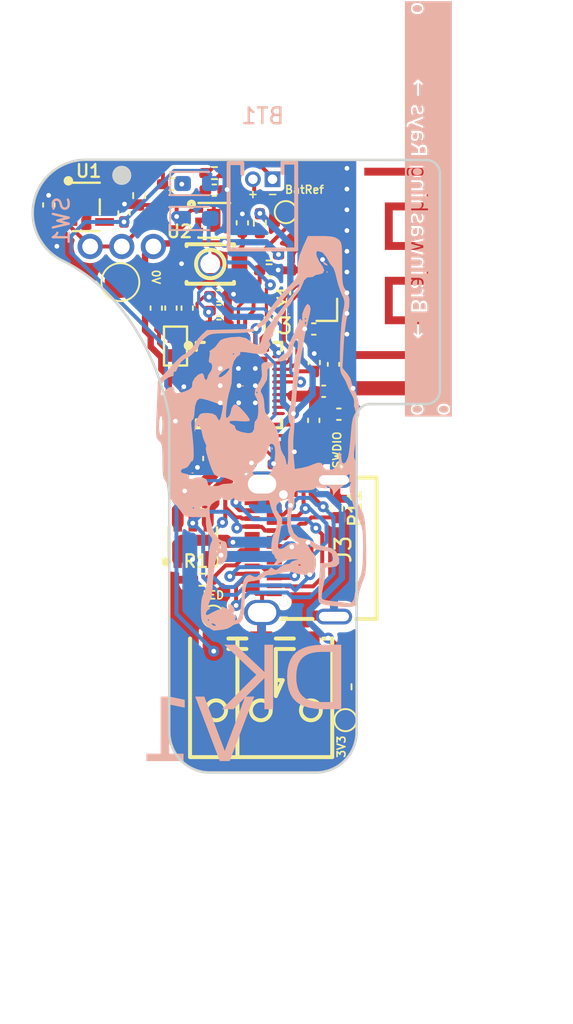
<source format=kicad_pcb>
(kicad_pcb (version 20221018) (generator pcbnew)
  (title_block (title "BLEEarrings (Blade Runner)") (date "2023-10-30") (rev "00.00") (company "Kitty and Dom"))
  (layers (0 "F.Cu" signal) (31 "B.Cu" signal) (34 "B.Paste" user) (35 "F.Paste" user) (36 "B.SilkS" user "B.Silkscreen") (37 "F.SilkS" user "F.Silkscreen") (38 "B.Mask" user) (39 "F.Mask" user) (44 "Edge.Cuts" user))
  (net 0 "")
  (net 1 "GND")
  (net 2 "+3V3")
  (net 3 "Net-(D4-K)")
  (net 4 "LED_A")
  (net 5 "NEO_LED")
  (net 6 "BatRef")
  (net 7 "+BATT")
  (net 8 "Net-(ANT1-FP)")
  (net 9 "/Power/VBAT")
  (net 10 "Net-(BT1--)")
  (net 11 "Net-(J2-Pin_1)")
  (net 12 "Net-(U3-DEC1)")
  (net 13 "Net-(U3-XC1)")
  (net 14 "Net-(C5-Pad1)")
  (net 15 "DEC6")
  (net 16 "Net-(U3-ANT)")
  (net 17 "Net-(U3-DECUSB)")
  (net 18 "/DSP/VBUS")
  (net 19 "Net-(U3-DEC3)")
  (net 20 "Pair")
  (net 21 "Net-(U3-P0.01_XL2)")
  (net 22 "Net-(U3-P0.00_XL1)")
  (net 23 "Net-(BT1-+)")
  (net 24 "Net-(D1-K)")
  (net 25 "Net-(U3-XC2)")
  (net 26 "D+")
  (net 27 "D-")
  (net 29 "/DSP/nReset")
  (net 31 "Net-(U1-STAT)")
  (net 32 "Net-(U1-PROG)")
  (net 45 "SWO_L")
  (net 46 "unconnected-(U3-P0.17-Pad15)")
  (net 48 "Net-(D2-I{slash}O1-Pad1)")
  (net 49 "Net-(D2-I{slash}O2-Pad3)")
  (net 50 "SWDIO_L")
  (net 51 "SWDCLK_L")
  (net 52 "Net-(U3-P0.18_nRESET)")
  (net 53 "Net-(U3-P0.20)")
  (net 54 "Net-(U3-SWDCLK)")
  (net 55 "Net-(U3-SWDIO)")
  (net 56 "Net-(J3-CC1)")
  (net 57 "Net-(J3-CC2)")
  (footprint "Resistor_SMD:R_0201_0603Metric" (layer "F.Cu") (at 142.75 60.19 90)
    (fp_text reference "R5" hide)
    (fp_text value "NF")
  )
  (footprint "easyeda2kicad:WDFN-6_L2.0-W2.0-P0.65-BL-EP" (layer "F.Cu") (at 141.08 45.88 -90)
    (fp_text reference "U2")
    (fp_text value "XB6096I2SV")
  )
  (footprint "easyeda2kicad:TYPE-C-SMD_C9900025773" (layer "F.Cu") (at 146.1 66.62 90)
    (fp_text reference "J3")
    (fp_text value "USB_C_Receptacle")
  )
  (footprint "easyeda2kicad:CONN-SMD_2059-302" (layer "F.Cu") (at 145.58 76.23 -90)
    (fp_text reference "J2" hide)
    (fp_text value "Screw_Terminal_01x02")
  )
  (footprint "Resistor_SMD:R_0402_1005Metric_Pad0.72x0.64mm_HandSolder" (layer "F.Cu") (at 136.36 44.3125 -90)
    (fp_text reference "R4" hide)
    (fp_text value "4k99")
  )
  (footprint "easyeda2kicad:SOT-23-6_L2.9-W1.6-P0.95-LS2.8-BL" (layer "F.Cu") (at 139.75 66.18)
    (fp_text reference "D2")
    (fp_text value "USBLC6-2SC6_C2687116")
  )
  (footprint "Resistor_SMD:R_0402_1005Metric_Pad0.72x0.64mm_HandSolder" (layer "F.Cu") (at 149.42 75.3825 90)
    (fp_text reference "R9" hide)
    (fp_text value "470")
  )
  (footprint "Capacitor_SMD:C_0402_1005Metric_Pad0.74x0.62mm_HandSolder" (layer "F.Cu") (at 141.1125 43.97)
    (fp_text reference "C18" hide)
    (fp_text value "100n")
  )
  (footprint "easyeda2kicad:CRYSTAL-SMD_L1.6-W1.0" (layer "F.Cu") (at 138.66 53.83 90)
    (fp_text reference "Y2" hide)
    (fp_text value " X161032768KLD2SI")
  )
  (footprint "Resistor_SMD:R_0402_1005Metric_Pad0.72x0.64mm_HandSolder" (layer "F.Cu") (at 141.1225 42.89)
    (fp_text reference "R3" hide)
    (fp_text value "100")
  )
  (footprint "RF_Antenna:Texas_SWRA117D_2.4GHz_Left" (layer "F.Cu") (at 149.9 54.4 -90)
    (fp_text reference "ANT1" hide)
    (fp_text value "~")
  )
  (footprint "Capacitor_SMD:C_0402_1005Metric_Pad0.74x0.62mm_HandSolder" (layer "F.Cu") (at 141.4075 51.59)
    (fp_text reference "C17" hide)
    (fp_text value "NC")
  )
  (footprint "TestPoint:TestPoint_Pad_D1.0mm" (layer "F.Cu") (at 145.64 45.36)
    (fp_text reference "TP9" hide)
    (fp_text value "TestPoint")
  )
  (footprint "easyeda2kicad:QFN-40_L5.0-W5.0-P0.40-TL-EP3.6" (layer "F.Cu") (at 142.680167 56.3)
    (fp_text reference "U3")
    (fp_text value "NRF52833-QDAA-R7")
  )
  (footprint "Capacitor_SMD:C_0402_1005Metric_Pad0.74x0.62mm_HandSolder" (layer "F.Cu") (at 139.4 51.43 -90)
    (fp_text reference "C2" hide)
    (fp_text value "100n")
  )
  (footprint "Capacitor_SMD:C_0402_1005Metric_Pad0.74x0.62mm_HandSolder" (layer "F.Cu") (at 141.4075 50.66 180)
    (fp_text reference "C1" hide)
    (fp_text value "1u")
  )
  (footprint "Capacitor_SMD:C_0402_1005Metric_Pad0.74x0.62mm_HandSolder" (layer "F.Cu") (at 140.05 60.94 90)
    (fp_text reference "C9" hide)
    (fp_text value "4.7u")
  )
  (footprint "Capacitor_SMD:C_0402_1005Metric_Pad0.74x0.62mm_HandSolder" (layer "F.Cu") (at 147.44 54.8725 90)
    (fp_text reference "C11" hide)
    (fp_text value "100p")
  )
  (footprint "Capacitor_SMD:C_0402_1005Metric_Pad0.74x0.62mm_HandSolder" (layer "F.Cu") (at 149 58.14)
    (fp_text reference "C5" hide)
    (fp_text value "1.2p")
  )
  (footprint "Resistor_SMD:R_0402_1005Metric_Pad0.72x0.64mm_HandSolder" (layer "F.Cu") (at 138.4375 44.66)
    (fp_text reference "R12" hide)
    (fp_text value "220")
  )
  (footprint "TestPoint:TestPoint_Pad_D1.0mm" (layer "F.Cu") (at 149.42 77.49)
    (fp_text reference "TP11" hide)
    (fp_text value "TestPoint")
  )
  (footprint "easyeda2kicad:CRYSTAL-SMD_4P-L2.0-W1.6-BL" (layer "F.Cu") (at 147.44 50.59 90)
    (fp_text reference "Y1")
    (fp_text value "XL7EL89CKI-111YLC-32M ")
  )
  (footprint "Capacitor_SMD:C_0402_1005Metric_Pad0.74x0.62mm_HandSolder" (layer "F.Cu") (at 147.4025 48.36 180)
    (fp_text reference "C4" hide)
    (fp_text value "12p")
  )
  (footprint "easyeda2kicad:KEY-SMD_L3.0-W2.5-LS4.0" (layer "F.Cu") (at 140.86 48.64 180)
    (fp_text reference "SW2" hide)
    (fp_text value "SW_DIP_x01")
  )
  (footprint "Resistor_SMD:R_0201_0603Metric" (layer "F.Cu") (at 143.5 60.65 -90)
    (fp_text reference "R6" hide)
    (fp_text value "NF")
  )
  (footprint "Capacitor_SMD:C_0402_1005Metric_Pad0.74x0.62mm_HandSolder" (layer "F.Cu") (at 147.4125 52.75)
    (fp_text reference "C3" hide)
    (fp_text value "12p")
  )
  (footprint "Capacitor_SMD:C_0402_1005Metric_Pad0.74x0.62mm_HandSolder" (layer "F.Cu") (at 139.11 60.2 90)
    (fp_text reference "C10" hide)
    (fp_text value "4.7u")
  )
  (footprint "Capacitor_SMD:C_0402_1005Metric_Pad0.74x0.62mm_HandSolder" (layer "F.Cu") (at 145.4225 61.32)
    (fp_text reference "C6" hide)
    (fp_text value "100n")
  )
  (footprint "Capacitor_SMD:C_0402_1005Metric_Pad0.74x0.62mm_HandSolder" (layer "F.Cu") (at 141.4075 52.52)
    (fp_text reference "C7" hide)
    (fp_text value "1u")
  )
  (footprint "Capacitor_SMD:C_0402_1005Metric_Pad0.74x0.62mm_HandSolder" (layer "F.Cu") (at 130.64 44.905 90)
    (fp_text reference "C13" hide)
    (fp_text value "10u")
  )
  (footprint "Resistor_SMD:R_0402_1005Metric_Pad0.72x0.64mm_HandSolder" (layer "F.Cu") (at 144.5825 49.04 180)
    (fp_text reference "R14" hide)
    (fp_text value "33k")
  )
  (footprint "Capacitor_SMD:C_0402_1005Metric_Pad0.74x0.62mm_HandSolder" (layer "F.Cu") (at 138.37 51.43 -90)
    (fp_text reference "C16" hide)
    (fp_text value "8p")
  )
  (footprint "Capacitor_SMD:C_0402_1005Metric_Pad0.74x0.62mm_HandSolder" (layer "F.Cu") (at 142.89 46.04 -90)
    (fp_text reference "C14" hide)
    (fp_text value "100n")
  )
  (footprint "Inductor_SMD:L_0402_1005Metric_Pad0.77x0.64mm_HandSolder" (layer "F.Cu") (at 148.04 56.69)
    (fp_text reference "L1" hide)
    (fp_text value "4.7n")
  )
  (footprint "Resistor_SMD:R_0201_0603Metric" (layer "F.Cu") (at 148.05 60.48 -90)
    (fp_text reference "R7" hide)
    (fp_text value "NF")
  )
  (footprint "Capacitor_SMD:C_0402_1005Metric_Pad0.74x0.62mm_HandSolder" (layer "F.Cu") (at 137.44 51.43 -90)
    (fp_text reference "C15" hide)
    (fp_text value "8p")
  )
  (footprint "Capacitor_SMD:C_0402_1005Metric_Pad0.74x0.62mm_HandSolder" (layer "F.Cu") (at 139.19 56.97 -90)
    (fp_text reference "C12" hide)
    (fp_text value "4.7u")
  )
  (footprint "Resistor_SMD:R_0402_1005Metric_Pad0.72x0.64mm_HandSolder" (layer "F.Cu") (at 148.84 64.0875 -90)
    (fp_text reference "R11")
    (fp_text value "5k1")
  )
  (footprint "TestPoint:TestPoint_Pad_D2.0mm" (layer "F.Cu") (at 135.17 49.79)
    (fp_text reference "TP16" hide)
    (fp_text value "TestPoint")
  )
  (footprint "Resistor_SMD:R_0402_1005Metric_Pad0.72x0.64mm_HandSolder" (layer "F.Cu") (at 138.4375 43.59 180)
    (fp_text reference "R1" hide)
    (fp_text value "2k")
  )
  (footprint "Inductor_SMD:L_0402_1005Metric_Pad0.77x0.64mm_HandSolder" (layer "F.Cu") (at 148.66 54.9875 90)
    (fp_text reference "L2" hide)
    (fp_text value "2.2n")
  )
  (footprint "easyeda2kicad:SOT-23-5_L3.0-W1.7-P0.95-LS2.8-BL" (layer "F.Cu") (at 133.0175 45.03 -90)
    (fp_text reference "U1")
    (fp_text value "MCP73831T-2ACI/OT")
  )
  (footprint "Resistor_SMD:R_0201_0603Metric" (layer "F.Cu") (at 146.95 60.74 90)
    (fp_text reference "R8" hide)
    (fp_text value "NF")
  )
  (footprint "easyeda2kicad:CONN-SMD_custom1" (layer "F.Cu") (at 139.58 76.23 -90)
    (fp_text reference "J1" hide)
    (fp_text value "Screw_Terminal_01x01")
  )
  (footprint "Capacitor_SMD:C_0402_1005Metric_Pad0.74x0.62mm_HandSolder" (layer "F.Cu") (at 147.41 58.53 -90)
    (fp_text reference "C8" hide)
    (fp_text value "1p")
  )
  (footprint "Capacitor_SMD:C_0402_1005Metric_Pad0.74x0.62mm_HandSolder" (layer "F.Cu") (at 135.4 45.4125 90)
    (fp_text reference "C19" hide)
    (fp_text value "10u")
  )
  (footprint "Resistor_SMD:R_0402_1005Metric_Pad0.72x0.64mm_HandSolder" (layer "F.Cu") (at 140.3325 68.61)
    (fp_text reference "R10")
    (fp_text value "5k1")
  )
  (footprint "Resistor_SMD:R_0402_1005Metric_Pad0.72x0.64mm_HandSolder" (layer "F.Cu") (at 144 46.06 90)
    (fp_text reference "R2" hide)
    (fp_text value "2k")
  )
  (footprint "Resistor_SMD:R_0402_1005Metric_Pad0.72x0.64mm_HandSolder" (layer "F.Cu") (at 144.5825 48.04)
    (fp_text reference "R13" hide)
    (fp_text value "100k")
  )
  (footprint "TestPoint:TestPoint_Pad_D1.0mm" (layer "F.Cu") (at 141.05 70.94)
    (fp_text reference "TP10" hide)
    (fp_text value "TestPoint")
  )
  (footprint "LED_SMD:LED_0603_1608Metric_Pad1.05x0.95mm_HandSolder" (layer "B.Cu") (at 139.985 43.55)
    (fp_text reference "D1" hide)
    (fp_text value "RED LED")
  )
  (footprint "LED_SMD:LED_0603_1608Metric_Pad1.05x0.95mm_HandSolder" (layer "B.Cu") (at 139.985 45.76)
    (fp_text reference "D4" hide)
    (fp_text value "BLUE LED")
  )
  (footprint "CustomPads:OT2" (layer "B.Cu") (at 144.288151 59.147229 180)
    (fp_text reference "G***" hide)
    (fp_text value "LOGO" hide)
  )
  (footprint "easyeda2kicad:SW-TH_TK-6580B-1" (layer "B.Cu") (at 135.2575 47.5325)
    (fp_text reference "SW1")
    (fp_text value "TK-6580B-1")
    (fp_circle (center 0 -4.5) (end 0.6 -4.5) (fill solid) (layer "Edge.Cuts"))
  )
  (footprint "easyeda2kicad:CONN-TH_530480210" (layer "B.Cu") (at 144.18 43.28 180)
    (fp_text reference "BT1")
    (fp_text value "Battery")
  )
  (gr_line (start 132.984534 42.050001) (end 154.54 42.059999) (stroke (width 0.16)) (layer "Edge.Cuts"))
  (gr_curve (pts (xy 138.26253 58.3) (xy 137.6 54.67) (xy 135.4 50.34) (xy 131.560357 48.453075)) (stroke (width 0.16)) (layer "Edge.Cuts"))
  (gr_arc (start 131.560357 48.453075) (mid 129.701142 44.679627) (end 132.984534 42.050001) (stroke (width 0.16)) (layer "Edge.Cuts"))
  (gr_arc (start 154.54 42.059999) (mid 155.148277 42.311955) (end 155.400233 42.920232) (stroke (width 0.16)) (layer "Edge.Cuts"))
  (gr_arc (start 155.400233 56.639767) (mid 155.148277 57.248044) (end 154.54 57.5) (stroke (width 0.16)) (layer "Edge.Cuts"))
  (gr_line (start 140.84 80.80287) (end 147.546642 80.80287) (stroke (width 0.16)) (layer "Edge.Cuts"))
  (gr_arc (start 140.84 80.80287) (mid 139.01727 80.047503) (end 138.26253 78.224512) (stroke (width 0.16)) (layer "Edge.Cuts"))
  (gr_line (start 150.125 58.358277) (end 150.125 78.2254) (stroke (width 0.16)) (layer "Edge.Cuts"))
  (gr_line (start 138.26253 58.3) (end 138.26253 78.224512) (stroke (width 0.16)) (layer "Edge.Cuts"))
  (gr_arc (start 150.125 78.2254) (mid 149.369633 80.04813) (end 147.546642 80.80287) (stroke (width 0.16)) (layer "Edge.Cuts"))
  (gr_arc (start 150.125 58.358277) (mid 150.376956 57.750001) (end 150.985233 57.498044) (stroke (width 0.16)) (layer "Edge.Cuts"))
  (gr_line (start 154.54 57.5) (end 150.985233 57.498044) (stroke (width 0.16)) (layer "Edge.Cuts"))
  (gr_line (start 155.400233 56.639767) (end 155.400233 42.920232) (stroke (width 0.16)) (layer "Edge.Cuts"))
  (gr_text "DK" (at 149.7 77.48) (layer "B.SilkS") (effects (font (size 4 4)) (justify left bottom mirror)))
  (gr_text "V1" (at 143.69 80.76) (layer "B.SilkS") (effects (font (size 4 4)) (justify left bottom mirror)))
  (gr_text "o     \no         ← Brainwashing Rays →         o" (at 153.41 58.254249 -90) (layer "B.SilkS" knockout) (effects (font (size 1 1)) (justify left bottom mirror)))
  (gr_text "LED" (at 141.05 69.59) (layer "F.SilkS") (effects (font (size 0.5 0.5) (thickness 0.1) bold)))
  (gr_text "BatRef" (at 146.82 43.94) (layer "F.SilkS") (effects (font (size 0.5 0.5) (thickness 0.1) bold)))
  (gr_text "3V3" (at 149.16 79.17 90) (layer "F.SilkS") (effects (font (size 0.5 0.5) (thickness 0.1) bold)))
  (gr_text "0V" (at 137.42 49.46 270) (layer "F.SilkS") (effects (font (size 0.5 0.5) (thickness 0.1) bold)))
  (gr_text "SWDIO" (at 148.89 60.4 90) (layer "F.SilkS") (effects (font (size 0.5 0.5) (thickness 0.1) bold)))
  (gr_text "+" (at 143.56 44.21) (layer "F.SilkS") (effects (font (size 0.5 0.5) (thickness 0.1) bold)))
  (gr_text "SWO" (at 142.27 61.32) (layer "F.SilkS") (effects (font (size 0.5 0.5) (thickness 0.1) bold)))
  (gr_text "RST" (at 141.68 59.85) (layer "F.SilkS") (effects (font (size 0.5 0.5) (thickness 0.1) bold)))
  (gr_text "-" (at 144.81 44.21) (layer "F.SilkS") (effects (font (size 0.5 0.5) (thickness 0.1) bold)))
  (segment (start 142.331784 50.55229) (end 142.332973 50.55229) (width 0.2) (layer "F.Cu") (net 1))
  (segment (start 146.8475 52.69) (end 146.8475 52.74751) (width 0.25) (layer "F.Cu") (net 1))
  (segment (start 139.75 67.33) (end 139.739967 67.33) (width 0.25) (layer "F.Cu") (net 1))
  (segment (start 144.66 63.74) (end 144.91 63.99) (width 0.25) (layer "F.Cu") (net 1))
  (segment (start 144.14 70.68) (end 148.43 70.68) (width 0.25) (layer "F.Cu") (net 1))
  (segment (start 142.35 45.4725) (end 142.889968 45.4725) (width 0.25) (layer "F.Cu") (net 1))
  (segment (start 144.12 69.5) (end 144.91 69.5) (width 0.25) (layer "F.Cu") (net 1))
  (segment (start 130.64 44.31) (end 130.63 44.3) (width 0.25) (layer "F.Cu") (net 1))
  (segment (start 142.1125 46.535) (end 142.1125 45.885) (width 0.25) (layer "F.Cu") (net 1))
  (segment (start 142.080167 55.7) (end 142.680167 56.3) (width 0.2) (layer "F.Cu") (net 1))
  (segment (start 139.01 48.64) (end 139.02 48.64) (width 0.25) (layer "F.Cu") (net 1))
  (segment (start 142.331784 50.55229) (end 142.080167 50.803907) (width 0.2) (layer "F.Cu") (net 1))
  (segment (start 149.5675 58.14) (end 149.5675 56.6825) (width 0.7) (layer "F.Cu") (net 1))
  (segment (start 144.12 69.5) (end 144.14 69.52) (width 0.25) (layer "F.Cu") (net 1))
  (segment (start 145.16 49.04) (end 145.16 49.02) (width 0.25) (layer "F.Cu") (net 1))
  (segment (start 139.735 68.61) (end 139.735 67.345) (width 0.25) (layer "F.Cu") (net 1))
  (segment (start 145.943496 61.256486) (end 145.943496 62.156504) (width 0.25) (layer "F.Cu") (net 1))
  (segment (start 139.11 60.7675) (end 139.310039 60.7675) (width 0.25) (layer "F.Cu") (net 1))
  (segment (start 142.6475 45.23) (end 142.89 45.4725) (width 0.25) (layer "F.Cu") (net 1))
  (segment (start 137.59 44.91) (end 137.84 44.66) (width 0.25) (layer "F.Cu") (net 1))
  (segment (start 139.19 56.4025) (end 139.19 56.40253) (width 0.25) (layer "F.Cu") (net 1))
  (segment (start 144.14 69.52) (end 144.14 70.68) (width 0.25) (layer "F.Cu") (net 1))
  (segment (start 142.080167 50.803907) (end 142.080167 53.8) (width 0.2) (layer "F.Cu") (net 1))
  (segment (start 145.943496 62.156504) (end 145.54 62.56) (width 0.25) (layer "F.Cu") (net 1))
  (segment (start 148.01 49.69) (end 148.01 48.399966) (width 0.25) (layer "F.Cu") (net 1))
  (segment (start 139.739967 67.33) (end 139.739947 67.32998) (width 0.25) (layer "F.Cu") (net 1))
  (segment (start 146.8475 52.74751) (end 146.84501 52.75) (width 0.25) (layer "F.Cu") (net 1))
  (segment (start 142.309494 50.53) (end 142.331784 50.55229) (width 0.2) (layer "F.Cu") (net 1))
  (segment (start 142.331784 50.55229) (end 141.119494 49.34) (width 0.25) (layer "F.Cu") (net 1))
  (segment (start 139.735 67.345) (end 139.75 67.33) (width 0.25) (layer "F.Cu") (net 1))
  (segment (start 144.53 63.74) (end 144.66 63.74) (width 0.25) (layer "F.Cu") (net 1))
  (segment (start 130.64 44.3375) (end 130.64 44.31) (width 0.25) (layer "F.Cu") (net 1))
  (segment (start 143.51 63.74) (end 144.53 63.74) (width 0.25) (layer "F.Cu") (net 1))
  (segment (start 147.935 48.45) (end 147.935 48.394966) (width 0.2) (layer "F.Cu") (net 1))
  (segment (start 148.89 62.5) (end 148.69 62.3) (width 0.25) (layer "F.Cu") (net 1))
  (segment (start 148.89 63.585) (end 148.89 62.5) (width 0.25) (layer "F.Cu") (net 1))
  (segment (start 146.89 51.29) (end 146.89 52.70501) (width 0.25) (layer "F.Cu") (net 1))
  (segment (start 135.4 44.845) (end 135.425 44.845) (width 0.25) (layer "F.Cu") (net 1))
  (segment (start 142.332973 50.55229) (end 142.397892 50.617209) (width 0.2) (layer "F.Cu") (net 1))
  (segment (start 135.425 44.845) (end 135.43 44.85) (width 0.25) (layer "F.Cu") (net 1))
  (segment (start 139.11247 56.40253) (end 139.19 56.40253) (width 0.25) (layer "F.Cu") (net 1))
  (segment (start 148.43 70.68) (end 148.69 70.94) (width 0.25) (layer "F.Cu") (net 1))
  (segment (start 138.99 56.525) (end 139.11247 56.40253) (width 0.25) (layer "F.Cu") (net 1))
  (segment (start 142.204982 50.53) (end 142.309494 50.53) (width 0.2) (layer "F.Cu") (net 1))
  (segment (start 139.310039 60.7675) (end 140.050013 61.507474) (width 0.25) (layer "F.Cu") (net 1))
  (segment (start 142.1125 45.235) (end 142.35 45.4725) (width 0.25) (layer "F.Cu") (net 1))
  (segment (start 142 45.23) (end 142.6475 45.23) (width 0.25) (layer "F.Cu") (net 1))
  (segment (start 143.51 63.74) (end 143.51 63.19) (width 0.25) (layer "F.Cu") (net 1))
  (segment (start 141.119494 49.34) (end 139.76 49.34) (width 0.25) (layer "F.Cu") (net 1))
  (segment (start 144.53 62.95) (end 144.53 63.74) (width 0.25) (layer "F.Cu") (net 1))
  (segment (start 143.77 69.5) (end 144.12 69.5) (width 0.25) (layer "F.Cu") (net 1))
  (segment (start 139.76 49.34) (end 139.04 48.62) (width 0.25) (layer "F.Cu") (net 1))
  (segment (start 142.080167 53.8) (end 142.080167 55.7) (width 0.2) (layer "F.Cu") (net 1))
  (segment (start 143.51 63.19) (end 144.14 62.56) (width 0.25) (layer "F.Cu") (net 1))
  (segment (start 149.5675 56.6825) (end 149.75 56.5) (width 0.7) (layer "F.Cu") (net 1))
  (segment (start 148.01 48.399966) (end 147.97 48.359966) (width 0.25) (layer "F.Cu") (net 1))
  (segment (start 144.14 62.56) (end 144.53 62.95) (width 0.25) (layer "F.Cu") (net 1))
  (segment (start 145.54 62.56) (end 144.14 62.56) (width 0.25) (layer "F.Cu") (net 1))
  (segment (start 147.935 48.394966) (end 147.97 48.359966) (width 0.2) (layer "F.Cu") (net 1))
  (segment (start 143.51 69.24) (end 143.77 69.5) (width 0.25) (layer "F.Cu") (net 1))
  (segment (start 136.36 44.91) (end 137.59 44.91) (width 0.25) (layer "F.Cu") (net 1))
  (segment (start 139.02 48.64) (end 139.04 48.62) (width 0.25) (layer "F.Cu") (net 1))
  (segment (start 146.89 52.70501) (end 146.84501 52.75) (width 0.25) (layer "F.Cu") (net 1))
  (via (at 130.63 44.3) (size 0.7) (drill 0.3) (layers "F.Cu" "B.Cu") (net 1))
  (via (at 131.15 47.52) (size 0.7) (drill 0.3) (layers "F.Cu" "B.Cu") (net 1))
  (via (at 146.183033 60.517629) (size 0.7) (drill 0.3) (layers "F.Cu" "B.Cu") (net 1))
  (via (at 146.84501 52.75) (size 0.7) (drill 0.3) (layers "F.Cu" "B.Cu") (net 1))
  (via (at 149.51 42.59) (size 0.7) (drill 0.3) (layers "F.Cu" "B.Cu") (net 1))
  (via (at 139.19 56.40253) (size 0.7) (drill 0.3) (layers "F.Cu" "B.Cu") (net 1))
  (via (at 147.97 48.359966) (size 0.7) (drill 0.3) (layers "F.Cu" "B.Cu") (net 1))
  (via (at 149.51 45.2125) (size 0.7) (drill 0.3) (layers "F.Cu" "B.Cu") (net 1))
  (via (at 149.51 43.90125) (size 0.7) (drill 0.3) (layers "F.Cu" "B.Cu") (net 1))
  (via (at 149.51 53.08) (size 0.7) (drill 0.3) (layers "F.Cu" "B.Cu") (net 1))
  (via (at 141.489906 57.42) (size 0.7) (drill 0.3) (layers "F.Cu" "B.Cu") (net 1))
  (via (at 139.739947 67.32998) (size 0.7) (drill 0.3) (layers "F.Cu" "B.Cu") (net 1))
  (via (at 135.43 44.85) (size 0.7) (drill 0.3) (layers "F.Cu" "B.Cu") (net 1))
  (via (at 143.71 56.335) (size 0.7) (drill 0.3) (layers "F.Cu" "B.Cu") (net 1))
  (via (at 142.66 57.42) (size 0.7) (drill 0.3) (layers "F.Cu" "B.Cu") (net 1))
  (via (at 143.71 55.25) (size 0.7) (drill 0.3) (layers "F.Cu" "B.Cu") (net 1))
  (via (at 140.050013 61.507474) (size 0.7) (drill 0.3) (layers "F.Cu" "B.Cu") (net 1))
  (via (at 149.51 46.52375) (size 0.7) (drill 0.3) (layers "F.Cu" "B.Cu") (net 1))
  (via (at 149.51 50.4575) (size 0.7) (drill 0.3) (layers "F.Cu" "B.Cu") (net 1))
  (via (at 143.71 57.42) (size 0.7) (drill 0.3) (layers "F.Cu" "B.Cu") (net 1))
  (via (at 142.331784 50.55229) (size 0.7) (drill 0.3) (layers "F.Cu" "B.Cu") (net 1))
  (via (at 145.16 49.02) (size 0.7) (drill 0.3) (layers "F.Cu" "B.Cu") (net 1))
  (via (at 141.489906 56.335) (size 0.7) (drill 0.3) (layers "F.Cu" "B.Cu") (net 1))
  (via (at 141.489906 55.25) (size 0.7) (drill 0.3) (layers "F.Cu" "B.Cu") (net 1))
  (via (at 149.51 51.76875) (size 0.7) (drill 0.3) (layers "F.Cu" "B.Cu") (net 1))
  (via (at 149.51 47.835) (size 0.7) (drill 0.3) (layers "F.Cu" "B.Cu") (net 1))
  (via (at 147.439998 54.305001) (size 0.7) (drill 0.3) (layers "F.Cu" "B.Cu") (net 1))
  (via (at 142.64 55.25) (size 0.7) (drill 0.3) (layers "F.Cu" "B.Cu") (net 1))
  (via (at 149.51 49.14625) (size 0.7) (drill 0.3) (layers "F.Cu" "B.Cu") (net 1))
  (via (at 142.889968 45.4725) (size 0.7) (drill 0.3) (layers "F.Cu" "B.Cu") (net 1))
  (via (at 141.921403 43.930861) (size 0.7) (drill 0.3) (layers "F.Cu" "B.Cu") (net 1))
  (via (at 142.680167 56.335) (size 0.7) (drill 0.3) (layers "F.Cu" "B.Cu") (net 1))
  (via (at 139.04 48.62) (size 0.7) (drill 0.3) (layers "F.Cu" "B.Cu") (net 1))
  (segment (start 144.4 62.3) (end 144.14 62.56) (width 0.25) (layer "B.Cu") (net 1))
  (segment (start 149.42 73.390498) (end 148.329502 72.3) (width 0.4) (layer "F.Cu") (net 2))
  (segment (start 144.000015 45.482515) (end 144.000015 45.442515) (width 0.4) (layer "F.Cu") (net 2))
  (segment (start 140.880167 53.8) (end 140.022384 52.942217) (width 0.2) (layer "F.Cu") (net 2))
  (segment (start 140.022384 52.942217) (end 140.022384 51.137616) (width 0.2) (layer "F.Cu") (net 2))
  (segment (start 140.022384 51.137616) (end 140.431904 50.728096) (width 0.2) (layer "F.Cu") (net 2))
  (segment (start 141.0225 50.91) (end 141.08 50.91) (width 0.2) (layer "F.Cu") (net 2))
  (segment (start 144.871066 60.90261) (end 143.680167 59.711711) (width 0.2) (layer "F.Cu") (net 2))
  (segment (start 149.42 74.785) (end 149.42 73.390498) (width 0.4) (layer "F.Cu") (net 2))
  (segment (start 143.680167 59.711711) (end 143.680167 58.8) (width 0.2) (layer "F.Cu") (net 2))
  (segment (start 140.431904 50.728096) (end 140.777162 50.728096) (width 0.2) (layer "F.Cu") (net 2))
  (segment (start 144.871066 61.265418) (end 144.871066 60.90261) (width 0.2) (layer "F.Cu") (net 2))
  (via (at 146.129667 58.1) (size 0.7) (drill 0.3) (layers "F.Cu" "B.Cu") (net 2))
  (via (at 145.187098 54.2505) (size 0.7) (drill 0.3) (layers "F.Cu" "B.Cu") (net 2))
  (via (at 140.777162 50.728096) (size 0.7) (drill 0.3) (layers "F.Cu" "B.Cu") (net 2))
  (via (at 148.329502 72.3) (size 0.7) (drill 0.3) (layers "F.Cu" "B.Cu") (net 2))
  (via (at 144.871066 61.265418) (size 0.7) (drill 0.3) (layers "F.Cu" "B.Cu") (net 2))
  (via (at 144.000015 45.442515) (size 0.7) (drill 0.3) (layers "F.Cu" "B.Cu") (net 2))
  (segment (start 148.27 63.2) (end 149.19312 64.12312) (width 0.4) (layer "B.Cu") (net 2))
  (segment (start 144.072714 51.982676) (end 142.116331 51.982676) (width 0.4) (layer "B.Cu") (net 2))
  (segment (start 144.514441 53.577843) (end 144.514441 52.424403) (width 0.4) (layer "B.Cu") (net 2))
  (segment (start 142.116331 51.982676) (end 140.861751 50.728096) (width 0.4) (layer "B.Cu") (net 2))
  (segment (start 146.129667 58.1) (end 147.34 56.889667) (width 0.4) (layer "B.Cu") (net 2))
  (segment (start 145.38 54.655534) (end 145.46 54.735535) (width 0.4) (layer "B.Cu") (net 2))
  (segment (start 144.871066 61.265418) (end 144.892474 61.24401) (width 0.4) (layer "B.Cu") (net 2))
  (segment (start 145.38 54.443402) (end 145.38 54.655534) (width 0.4) (layer "B.Cu") (net 2))
  (segment (start 147.667208 63.2) (end 148.27 63.2) (width 0.4) (layer "B.Cu") (net 2))
  (segment (start 145.187098 54.2505) (end 145.38 54.443402) (width 0.4) (layer "B.Cu") (net 2))
  (segment (start 145.930002 53.350002) (end 145.930002 47.372502) (width 0.4) (layer "B.Cu") (net 2))
  (segment (start 147.34 55.41) (end 146.569999 54.639999) (width 0.4) (layer "B.Cu") (net 2))
  (segment (start 145.46 57.430333) (end 146.129667 58.1) (width 0.4) (layer "B.Cu") (net 2))
  (segment (start 147.14 70.567208) (end 147.14 71.312792) (width 0.4) (layer "B.Cu") (net 2))
  (segment (start 147.14 71.312792) (end 148.127208 72.3) (width 0.4) (layer "B.Cu") (net 2))
  (segment (start 144.871066 59.358601) (end 144.871066 61.265418) (width 0.4) (layer "B.Cu") (net 2))
  (segment (start 144.892474 61.265418) (end 146.533831 62.906775) (width 0.4) (layer "B.Cu") (net 2))
  (segment (start 147.34 56.889667) (end 147.34 55.41) (width 0.4) (layer "B.Cu") (net 2))
  (segment (start 140.861751 50.728096) (end 140.777162 50.728096) (width 0.4) (layer "B.Cu") (net 2))
  (segment (start 149.19312 64.12312) (end 149.19312 68.514088) (width 0.4) (layer "B.Cu") (net 2))
  (segment (start 146.569999 54.639999) (end 146.569999 53.989999) (width 0.4) (layer "B.Cu") (net 2))
  (segment (start 144.514441 52.424403) (end 144.072714 51.982676) (width 0.4) (layer "B.Cu") (net 2))
  (segment (start 145.187098 54.2505) (end 144.514441 53.577843) (width 0.4) (layer "B.Cu") (net 2))
  (segment (start 149.19312 68.514088) (end 147.14 70.567208) (width 0.4) (layer "B.Cu") (net 2))
  (segment (start 147.373983 62.906775) (end 147.667208 63.2) (width 0.4) (layer "B.Cu") (net 2))
  (segment (start 148.127208 72.3) (end 148.329502 72.3) (width 0.4) (layer "B.Cu") (net 2))
  (segment (start 146.533831 62.906775) (end 147.373983 62.906775) (width 0.4) (layer "B.Cu") (net 2))
  (segment (start 145.46 54.735535) (end 145.46 57.430333) (width 0.4) (layer "B.Cu") (net 2))
  (segment (start 146.569999 53.989999) (end 145.930002 53.350002) (width 0.4) (layer "B.Cu") (net 2))
  (segment (start 145.930002 47.372502) (end 144.000015 45.442515) (width 0.4) (layer "B.Cu") (net 2))
  (segment (start 146.129667 58.1) (end 144.871066 59.358601) (width 0.4) (layer "B.Cu") (net 2))
  (segment (start 138.730603 44.964397) (end 139.035 44.66) (width 0.25) (layer "F.Cu") (net 3))
  (segment (start 138.730603 45.6405) (end 138.730603 44.964397) (width 0.25) (layer "F.Cu") (net 3))
  (via (at 138.730603 45.6405) (size 0.7) (drill 0.3) (layers "F.Cu" "B.Cu") (net 3))
  (segment (start 138.910103 45.82) (end 139.01 45.82) (width 0.25) (layer "B.Cu") (net 3))
  (segment (start 138.730603 45.6405) (end 138.910103 45.82) (width 0.25) (layer "B.Cu") (net 3))
  (segment (start 144.412683 50.205188) (end 144.66 49.957871) (width 0.2) (layer "F.Cu") (net 4))
  (segment (start 144.080167 53.8) (end 144.080167 53.334315) (width 0.2) (layer "F.Cu") (net 4))
  (segment (start 144.414756 52.999726) (end 144.414756 52.466178) (width 0.2) (layer "F.Cu") (net 4))
  (segment (start 144.414441 52.465863) (end 144.414441 52.465825) (width 0.2) (layer "F.Cu") (net 4))
  (segment (start 144.080167 53.334315) (end 144.414756 52.999726) (width 0.2) (layer "F.Cu") (net 4))
  (segment (start 144.412683 52.464067) (end 144.412683 50.205188) (width 0.2) (layer "F.Cu") (net 4))
  (segment (start 144.414441 52.465825) (end 144.412683 52.464067) (width 0.2) (layer "F.Cu") (net 4))
  (segment (start 144.414756 52.466178) (end 144.414441 52.465863) (width 0.2) (layer "F.Cu") (net 4))
  (via (at 144.66 49.957871) (size 0.7) (drill 0.3) (layers "F.Cu" "B.Cu") (net 4))
  (segment (start 140.76 47.360359) (end 141.939641 48.54) (width 0.25) (layer "B.Cu") (net 4))
  (segment (start 143.26 48.54) (end 144.66 49.94) (width 0.25) (layer "B.Cu") (net 4))
  (segment (start 141.939641 48.54) (end 143.26 48.54) (width 0.25) (layer "B.Cu") (net 4))
  (segment (start 144.66 49.94) (end 144.66 49.957871) (width 0.25) (layer "B.Cu") (net 4))
  (segment (start 140.76 45.82) (end 140.76 47.360359) (width 0.25) (layer "B.Cu") (net 4))
  (segment (start 141.05 73.1) (end 141.08 73.13) (width 0.25) (layer "F.Cu") (net 5))
  (segment (start 141.05 71) (end 141.05 73.1) (width 0.25) (layer "F.Cu") (net 5))
  (segment (start 143.680167 52.815076) (end 143.76231 52.732933) (width 0.2) (layer "F.Cu") (net 5))
  (segment (start 141.08 73.13) (end 140.82 73.13) (width 0.25) (layer "F.Cu") (net 5))
  (segment (start 143.680167 53.8) (end 143.680167 52.815076) (width 0.2) (layer "F.Cu") (net 5))
  (segment (start 141.08 73.13) (end 141.08 79.33) (width 0.25) (layer "F.Cu") (net 5))
  (segment (start 140.71 73.5) (end 141.08 73.13) (width 0.25) (layer "F.Cu") (net 5))
  (via (at 143.76231 52.732933) (size 0.7) (drill 0.3) (layers "F.Cu" "B.Cu") (net 5))
  (via (at 141.08 73.13) (size 0.7) (drill 0.3) (layers "F.Cu" "B.Cu") (net 5))
  (segment (start 144.96 58.19) (end 144.01 59.14) (width 0.2) (layer "B.Cu") (net 5))
  (segment (start 144.96 54.942641) (end 144.96 58.19) (width 0.2) (layer "B.Cu") (net 5))
  (segment (start 144.01 59.76301) (end 141.429193 62.343817) (width 0.2) (layer "B.Cu") (net 5))
  (segment (start 143.76231 53.744951) (end 144.96 54.942641) (width 0.2) (layer "B.Cu") (net 5))
  (segment (start 138.72 63.75753) (end 138.59 63.62753) (width 0.25) (layer "B.Cu") (net 5))
  (segment (start 141.429193 62.343817) (end 138.843713 62.343817) (width 0.2) (layer "B.Cu") (net 5))
  (segment (start 141.08 73.13) (end 138.72 70.77) (width 0.25) (layer "B.Cu") (net 5))
  (segment (start 138.59 62.59753) (end 138.59 63.62753) (width 0.2) (layer "B.Cu") (net 5))
  (segment (start 144.01 59.14) (end 144.01 59.76301) (width 0.2) (layer "B.Cu") (net 5))
  (segment (start 138.843713 62.343817) (end 138.59 62.59753) (width 0.2) (layer "B.Cu") (net 5))
  (segment (start 138.72 70.77) (end 138.72 63.75753) (width 0.25) (layer "B.Cu") (net 5))
  (segment (start 143.76231 52.732933) (end 143.76231 53.744951) (width 0.2) (layer "B.Cu") (net 5))
  (segment (start 143.985 48.04) (end 145.67 46.355) (width 0.25) (layer "F.Cu") (net 6))
  (segment (start 143.0675 52.6475) (end 143.07 52.65) (width 0.25) (layer "F.Cu") (net 6))
  (segment (start 143.985 48.04) (end 143.985 49.02) (width 0.25) (layer "F.Cu") (net 6))
  (segment (start 145.65 46.335) (end 145.65 45.35) (width 0.25) (layer "F.Cu") (net 6))
  (segment (start 143.6 51.6) (end 143.0675 52.1325) (width 0.25) (layer "F.Cu") (net 6))
  (segment (start 143.6 50.235) (end 143.6 51.6) (width 0.25) (layer "F.Cu") (net 6))
  (segment (start 143.985 49.85) (end 143.6 50.235) (width 0.25) (layer "F.Cu") (net 6))
  (segment (start 145.67 46.355) (end 145.65 46.335) (width 0.25) (layer "F.Cu") (net 6))
  (segment (start 143.0675 52.1325) (end 143.0675 52.6475) (width 0.25) (layer "F.Cu") (net 6))
  (segment (start 143.985 49.02) (end 143.965 49.04) (width 0.25) (layer "F.Cu") (net 6))
  (segment (start 143.985 49.04) (end 143.985 49.85) (width 0.25) (layer "F.Cu") (net 6))
  (segment (start 143.280167 53.8) (end 143.280167 53.16863) (width 0.2) (layer "F.Cu") (net 6))
  (segment (start 143.280167 53.16863) (end 143.07 52.958463) (width 0.2) (layer "F.Cu") (net 6))
  (segment (start 143.280167 53.8) (end 143.280167 53.82) (width 0.2) (layer "F.Cu") (net 6))
  (segment (start 143.07 52.958463) (end 143.07 52.65) (width 0.2) (layer "F.Cu") (net 6))
  (segment (start 136.73 48.06) (end 136.73 52.84) (width 0.4) (layer "F.Cu") (net 7))
  (segment (start 138.24 56.780661) (end 138.250773 56.791434) (width 0.4) (layer "F.Cu") (net 7))
  (segment (start 145.18 48.04) (end 145.179974 48.04) (width 0.4) (layer "F.Cu") (net 7))
  (segment (start 140.180167 57.7) (end 139.580167 57.7) (width 0.2) (layer "F.Cu") (net 7))
  (segment (start 137.76 55.3) (end 138.24 55.78) (width 0.4) (layer "F.Cu") (net 7))
  (segment (start 138.24 55.78) (end 138.24 56.780661) (width 0.4) (layer "F.Cu") (net 7))
  (segment (start 137.25 47.54) (end 137.2575 47.5325) (width 0.2) (layer "F.Cu") (net 7))
  (segment (start 136.73 52.84) (end 137.090144 53.200144) (width 0.4) (layer "F.Cu") (net 7))
  (segment (start 137.76 54.542462) (end 137.76 55.3) (width 0.4) (layer "F.Cu") (net 7))
  (segment (start 137.2575 47.5325) (end 137.45 47.34) (width 0.4) (layer "F.Cu") (net 7))
  (segment (start 137.2575 47.5325) (end 136.73 48.06) (width 0.4) (layer "F.Cu") (net 7))
  (segment (start 141.694921 47.34) (end 141.771408 47.263513) (width 0.4) (layer "F.Cu") (net 7))
  (segment (start 138.250773 57.020773) (end 138.5225 57.2925) (width 0.4) (layer "F.Cu") (net 7))
  (segment (start 138.250773 56.791434) (end 138.250773 57.020773) (width 0.4) (layer "F.Cu") (net 7))
  (segment (start 139.580167 57.7) (end 139.540167 57.66) (width 0.2) (layer "F.Cu") (net 7))
  (segment (start 137.090144 53.200144) (end 137.090144 53.872606) (width 0.4) (layer "F.Cu") (net 7))
  (segment (start 138.6225 57.2925) (end 138.99 57.66) (width 0.4) (layer "F.Cu") (net 7))
  (segment (start 139.540167 57.66) (end 138.99 57.66) (width 0.2) (layer "F.Cu") (net 7))
  (segment (start 137.45 47.34) (end 141.694921 47.34) (width 0.4) (layer "F.Cu") (net 7))
  (segment (start 138.5225 57.2925) (end 138.6225 57.2925) (width 0.4) (layer "F.Cu") (net 7))
  (segment (start 137.090144 53.872606) (end 137.76 54.542462) (width 0.4) (layer "F.Cu") (net 7))
  (via (at 145.179974 48.04) (size 0.7) (drill 0.3) (layers "F.Cu" "B.Cu") (net 7))
  (via (at 141.771408 47.263513) (size 0.7) (drill 0.3) (layers "F.Cu" "B.Cu") (net 7))
  (segment (start 144.403487 47.263513) (end 145.179974 48.04) (width 0.4) (layer "B.Cu") (net 7))
  (segment (start 141.771408 47.263513) (end 144.403487 47.263513) (width 0.4) (layer "B.Cu") (net 7))
  (segment (start 148.66 54.415) (end 149.735 54.415) (width 0.7) (layer "F.Cu") (net 8))
  (segment (start 149.89 54.41) (end 149.9 54.4) (width 0.25) (layer "F.Cu") (net 8))
  (segment (start 149.735 54.415) (end 149.75 54.4) (width 0.7) (layer "F.Cu") (net 8))
  (segment (start 140.94 43.662828) (end 140.94 43.522828) (width 0.25) (layer "F.Cu") (net 9))
  (segment (start 131.97 46.245) (end 133.2575 47.5325) (width 0.25) (layer "F.Cu") (net 9))
  (segment (start 131.97 45.98) (end 131.97 46.245) (width 0.25) (layer "F.Cu") (net 9))
  (segment (start 139.069595 46.315) (end 139.465 45.919595) (width 0.25) (layer "F.Cu") (net 9))
  (segment (start 130.64 45.4725) (end 131.1475 45.98) (width 0.25) (layer "F.Cu") (net 9))
  (segment (start 140.632828 43.97) (end 140.94 43.662828) (width 0.25) (layer "F.Cu") (net 9))
  (segment (start 140.94 43.522828) (end 141.572828 42.89) (width 0.25) (layer "F.Cu") (net 9))
  (segment (start 140.16 45.23) (end 140.16 44.49) (width 0.25) (layer "F.Cu") (net 9))
  (segment (start 135.2575 47.5325) (end 136.475 46.315) (width 0.25) (layer "F.Cu") (net 9))
  (segment (start 133.2575 47.5325) (end 135.2575 47.5325) (width 0.25) (layer "F.Cu") (net 9))
  (segment (start 139.465 45.919595) (end 139.465 45.425) (width 0.25) (layer "F.Cu") (net 9))
  (segment (start 140.545 43.97) (end 140.632828 43.97) (width 0.25) (layer "F.Cu") (net 9))
  (segment (start 140.16 44.49) (end 140.525 44.125) (width 0.25) (layer "F.Cu") (net 9))
  (segment (start 131.1475 45.98) (end 131.97 45.98) (width 0.25) (layer "F.Cu") (net 9))
  (segment (start 139.66 45.23) (end 140.16 45.23) (width 0.25) (layer "F.Cu") (net 9))
  (segment (start 139.465 45.425) (end 139.66 45.23) (width 0.25) (layer "F.Cu") (net 9))
  (segment (start 141.6775 43.09) (end 141.56 43.09) (width 0.25) (layer "F.Cu") (net 9))
  (segment (start 136.475 46.315) (end 139.069595 46.315) (width 0.25) (layer "F.Cu") (net 9))
  (segment (start 141.572828 42.89) (end 141.72 42.89) (width 0.25) (layer "F.Cu") (net 9))
  (segment (start 143.64 44.16) (end 143.64 43.26) (width 0.25) (layer "F.Cu") (net 10))
  (segment (start 141.08 45.88) (end 141.08 44.905) (width 0.25) (layer "F.Cu") (net 10))
  (segment (start 143.17 44.63) (end 143.64 44.16) (width 0.25) (layer "F.Cu") (net 10))
  (segment (start 141.355 44.63) (end 143.17 44.63) (width 0.25) (layer "F.Cu") (net 10))
  (segment (start 141.08 44.905) (end 141.355 44.63) (width 0.25) (layer "F.Cu") (net 10))
  (segment (start 140.16 45.88) (end 141.08 45.88) (width 0.25) (layer "F.Cu") (net 10))
  (segment (start 140.16 45.88) (end 140.16 46.53) (width 0.25) (layer "F.Cu") (net 10))
  (segment (start 149.42 75.98) (end 147.76 75.98) (width 0.25) (layer "F.Cu") (net 11))
  (segment (start 147.76 75.98) (end 147.535 75.755) (width 0.25) (layer "F.Cu") (net 11))
  (segment (start 149.42 77.52) (end 149.36 77.58) (width 0.25) (layer "F.Cu") (net 11))
  (segment (start 149.42 75.98) (end 149.42 77.52) (width 0.25) (layer "F.Cu") (net 11))
  (segment (start 147.08 75.3) (end 147.535 75.755) (width 0.25) (layer "F.Cu") (net 11))
  (segment (start 147.08 79.33) (end 147.08 75.3) (width 0.25) (layer "F.Cu") (net 11))
  (segment (start 147.08 75.3) (end 147.08 73.13) (width 0.25) (layer "F.Cu") (net 11))
  (segment (start 139.4 52.125) (end 139.46 52.185) (width 0.2) (layer "F.Cu") (net 12))
  (segment (start 140.180167 53.965686) (end 140.180167 54.5) (width 0.2) (layer "F.Cu") (net 12))
  (segment (start 139.46 52.185) (end 139.46 53.245519) (width 0.2) (layer "F.Cu") (net 12))
  (segment (start 139.46 53.245519) (end 140.180167 53.965686) (width 0.2) (layer "F.Cu") (net 12))
  (segment (start 146.355167 54.862437) (end 146.37 54.847604) (width 0.25) (layer "F.Cu") (net 13))
  (segment (start 145.87444 55.3) (end 146.145076 55.029364) (width 0.2) (layer "F.Cu") (net 13))
  (segment (start 147.99 51.29) (end 147.99 51.24) (width 0.2) (layer "F.Cu") (net 13))
  (segment (start 145.965167 50.974437) (end 146.349604 50.59) (width 0.25) (layer "F.Cu") (net 13))
  (segment (start 147.7475 51.5475) (end 147.785 51.51) (width 0.25) (layer "F.Cu") (net 13))
  (segment (start 147.99 51.09) (end 147.99 51.29) (width 0.25) (layer "F.Cu") (net 13))
  (segment (start 145.180167 55.3) (end 145.87444 55.3) (width 0.2) (layer "F.Cu") (net 13))
  (segment (start 146.145076 55.029364) (end 146.18824 55.029364) (width 0.2) (layer "F.Cu") (net 13))
  (segment (start 146.18824 55.029364) (end 146.355167 54.862437) (width 0.2) (layer "F.Cu") (net 13))
  (segment (start 145.965167 53.437578) (end 145.965167 50.974437) (width 0.25) (layer "F.Cu") (net 13))
  (segment (start 147.98 51.3) (end 147.99 51.29) (width 0.25) (layer "F.Cu") (net 13))
  (segment (start 146.349604 50.59) (end 147.49 50.59) (width 0.25) (layer "F.Cu") (net 13))
  (segment (start 146.37 54.847604) (end 146.37 53.842411) (width 0.25) (layer "F.Cu") (net 13))
  (segment (start 147.98 52.75) (end 147.98 51.3) (width 0.25) (layer "F.Cu") (net 13))
  (segment (start 147.49 50.59) (end 147.99 51.09) (width 0.25) (layer "F.Cu") (net 13))
  (segment (start 146.37 53.842411) (end 145.965167 53.437578) (width 0.25) (layer "F.Cu") (net 13))
  (segment (start 147.7825 51.5125) (end 147.785 51.51) (width 0.25) (layer "F.Cu") (net 13))
  (segment (start 148.6125 56.94) (end 148.6125 57.96) (width 0.7) (layer "F.Cu") (net 14))
  (segment (start 148.6125 57.96) (end 148.4325 58.14) (width 0.7) (layer "F.Cu") (net 14))
  (segment (start 148.66 56.8925) (end 148.6125 56.94) (width 0.7) (layer "F.Cu") (net 14))
  (segment (start 148.66 55.56) (end 148.66 56.8925) (width 0.7) (layer "F.Cu") (net 14))
  (segment (start 140.84 52.52) (end 140.904738 52.52) (width 0.25) (layer "F.Cu") (net 15))
  (segment (start 140.84 52.62) (end 140.84 51.69) (width 0.25) (layer "F.Cu") (net 15))
  (segment (start 145.180167 56.1) (end 146.571908 56.1) (width 0.2) (layer "F.Cu") (net 15))
  (segment (start 141.680167 53.8) (end 141.680167 53.295429) (width 0.2) (layer "F.Cu") (net 15))
  (segment (start 146.571908 56.1) (end 146.575288 56.10338) (width 0.2) (layer "F.Cu") (net 15))
  (segment (start 140.904738 52.52) (end 141.655167 53.270429) (width 0.25) (layer "F.Cu") (net 15))
  (segment (start 141.655167 53.270429) (end 141.655167 53.295429) (width 0.25) (layer "F.Cu") (net 15))
  (via (at 146.575288 56.10338) (size 0.7) (drill 0.3) (layers "F.Cu" "B.Cu") (net 15))
  (via (at 140.756309 51.683316) (size 0.7) (drill 0.3) (layers "F.Cu" "B.Cu") (net 15))
  (segment (start 142.323437 51.482676) (end 141.71 50.869239) (width 0.2) (layer "B.Cu") (net 15))
  (segment (start 145.31 52.512855) (end 145.31 53.437107) (width 0.2) (layer "B.Cu") (net 15))
  (segment (start 144.205064 51.485064) (end 144.282209 51.485064) (width 0.2) (layer "B.Cu") (net 15))
  (segment (start 141.71 50.869239) (end 141.71 50.740001) (width 0.2) (layer "B.Cu") (net 15))
  (segment (start 140.7 51.739625) (end 140.756309 51.683316) (width 0.2) (layer "B.Cu") (net 15))
  (segment (start 144.282209 51.485064) (end 145.31 52.512855) (width 0.2) (layer "B.Cu") (net 15))
  (segment (start 140.125372 50.455388) (end 140.125372 51.052379) (width 0.2) (layer "B.Cu") (net 15))
  (segment (start 144.205064 51.482676) (end 142.323437 51.482676) (width 0.2) (layer "B.Cu") (net 15))
  (segment (start 145.96 55.488092) (end 146.575288 56.10338) (width 0.2) (layer "B.Cu") (net 15))
  (segment (start 140.989999 50.02) (end 140.56076 50.02) (width 0.2) (layer "B.Cu") (net 15))
  (segment (start 140.7 51.84) (end 140.7 51.739625) (width 0.2) (layer "B.Cu") (net 15))
  (segment (start 140.56076 50.02) (end 140.125372 50.455388) (width 0.2) (layer "B.Cu") (net 15))
  (segment (start 140.125372 51.052379) (end 140.756309 51.683316) (width 0.2) (layer "B.Cu") (net 15))
  (segment (start 141.71 50.740001) (end 140.989999 50.02) (width 0.2) (layer "B.Cu") (net 15))
  (segment (start 145.96 54.087107) (end 145.96 55.488092) (width 0.2) (layer "B.Cu") (net 15))
  (segment (start 145.31 53.437107) (end 145.96 54.087107) (width 0.2) (layer "B.Cu") (net 15))
  (segment (start 146.102786 57.00338) (end 147.15412 57.00338) (width 0.7) (layer "F.Cu") (net 16))
  (segment (start 147.4675 57.905) (end 147.41 57.9625) (width 0.7) (layer "F.Cu") (net 16))
  (segment (start 147.15412 57.00338) (end 147.4675 56.69) (width 0.7) (layer "F.Cu") (net 16))
  (segment (start 145.180167 56.9) (end 145.86 56.9) (width 0.2) (layer "F.Cu") (net 16))
  (segment (start 146.07543 56.976024) (end 146.102786 57.00338) (width 0.7) (layer "F.Cu") (net 16))
  (segment (start 147.4675 56.69) (end 147.4675 57.905) (width 0.7) (layer "F.Cu") (net 16))
  (segment (start 140.255 58.8) (end 140.855167 58.8) (width 0.25) (layer "F.Cu") (net 17))
  (segment (start 140.05 60.3725) (end 140.05 59.005) (width 0.25) (layer "F.Cu") (net 17))
  (segment (start 140.05 59.005) (end 140.255 58.8) (width 0.25) (layer "F.Cu") (net 17))
  (segment (start 140.050013 60.644971) (end 140.050013 60.507474) (width 0.25) (layer "F.Cu") (net 17))
  (segment (start 139.7195 58.585667) (end 138.660668 58.585667) (width 0.25) (layer "F.Cu") (net 18))
  (segment (start 138.655 58.579999) (end 138.655 59.1775) (width 0.25) (layer "F.Cu") (net 18))
  (segment (start 138.655 59.1775) (end 139.11 59.6325) (width 0.25) (layer "F.Cu") (net 18))
  (segment (start 146.477997 67.677881) (end 147.085319 68.285203) (width 0.25) (layer "F.Cu") (net 18))
  (segment (start 144.91 67.99) (end 144.335 67.99) (width 0.25) (layer "F.Cu") (net 18))
  (segment (start 144.91 67.99) (end 145.606688 67.99) (width 0.25) (layer "F.Cu") (net 18))
  (segment (start 145.918807 67.677881) (end 146.477997 67.677881) (width 0.25) (layer "F.Cu") (net 18))
  (segment (start 143.525 65.265) (end 144.11 65.265) (width 0.25) (layer "F.Cu") (net 18))
  (segment (start 142.635761 65.25) (end 143.51 65.25) (width 0.25) (layer "F.Cu") (net 18))
  (segment (start 143.56 67.79) (end 144.135 67.79) (width 0.25) (layer "F.Cu") (net 18))
  (segment (start 138.475 58.759999) (end 138.475 62.228817) (width 0.25) (layer "F.Cu") (net 18))
  (segment (start 143.51 67.74) (end 143.56 67.79) (width 0.25) (layer "F.Cu") (net 18))
  (segment (start 139.7195 58.585667) (end 140.180167 58.125) (width 0.25) (layer "F.Cu") (net 18))
  (segment (start 145.606688 67.99) (end 145.918807 67.677881) (width 0.25) (layer "F.Cu") (net 18))
  (segment (start 139.770012 65.05) (end 139.750012 65.03) (width 0.25) (layer "F.Cu") (net 18))
  (segment (start 144.31 65.465) (end 144.31 65.5) (width 0.25) (layer "F.Cu") (net 18))
  (segment (start 142.546261 65.3395) (end 142.635761 65.25) (width 0.25) (layer "F.Cu") (net 18))
  (segment (start 144.11 65.265) (end 144.31 65.465) (width 0.25) (layer "F.Cu") (net 18))
  (segment (start 144.335 67.99) (end 144.135 67.79) (width 0.25) (layer "F.Cu") (net 18))
  (segment (start 147.085319 68.285203) (end 147.160201 68.285203) (width 0.25) (layer "F.Cu") (net 18))
  (segment (start 138.660668 58.585667) (end 138.655 58.579999) (width 0.25) (layer "F.Cu") (net 18))
  (segment (start 135.4 45.98) (end 134.27 45.98) (width 0.25) (layer "F.Cu") (net 18))
  (segment (start 144.91 65.5) (end 144.31 65.5) (width 0.25) (layer "F.Cu") (net 18))
  (segment (start 138.655 58.579999) (end 138.475 58.759999) (width 0.25) (layer "F.Cu") (net 18))
  (segment (start 138.475 62.228817) (end 139.24 62.993817) (width 0.25) (layer "F.Cu") (net 18))
  (via (at 135.4 45.98) (size 0.7) (drill 0.3) (layers "F.Cu" "B.Cu") (net 18))
  (via (at 142.546261 65.3395) (size 0.7) (drill 0.3) (layers "F.Cu" "B.Cu") (net 18))
  (via (at 138.655 58.579999) (size 0.7) (drill 0.3) (layers "F.Cu" "B.Cu") (net 18))
  (via (at 147.160201 68.285203) (size 0.7) (drill 0.3) (layers "F.Cu" "B.Cu") (net 18))
  (via (at 139.24 62.993817) (size 0.7) (drill 0.3) (layers "F.Cu" "B.Cu") (net 18))
  (via (at 139.750012 65.03) (size 0.7) (drill 0.3) (layers "F.Cu" "B.Cu") (net 18))
  (segment (start 140.4702 64.309812) (end 139.750012 65.03) (width 0.25) (layer "B.Cu") (net 18))
  (segment (start 142.536382 65.329621) (end 142.398669 65.329621) (width 0.25) (layer "B.Cu") (net 18))
  (segment (start 135.4 45.932924) (end 138.582924 42.75) (width 0.25) (layer "B.Cu") (net 18))
  (segment (start 132.05 47.915991) (end 138.065 53.930991) (width 0.25) (layer "B.Cu") (net 18))
  (segment (start 141.526269 69.564159) (end 142.532081 69.564159) (width 0.25) (layer "B.Cu") (net 18))
  (segment (start 138.582924 42.75) (end 140.64 42.75) (width 0.25) (layer "B.Cu") (net 18))
  (segment (start 140.87 42.98) (end 140.86 42.99) (width 0.25) (layer "B.Cu") (net 18))
  (segment (start 139.750012 65.03) (end 140.414947 65.694935) (width 0.25) (layer "B.Cu") (net 18))
  (segment (start 139.750012 63.503829) (end 139.24 62.993817) (width 0.25) (layer "B.Cu") (net 18))
  (segment (start 145.924925 68.97) (end 146.224821 69.269896) (width 0.25) (layer "B.Cu") (net 18))
  (segment (start 146.224821 69.269896) (end 146.250355 69.269896) (width 0.25) (layer "B.Cu") (net 18))
  (segment (start 139.750012 65.03) (end 139.750012 63.503829) (width 0.25) (layer "B.Cu") (net 18))
  (segment (start 135.4 45.98) (end 132.94 45.98) (width 0.25) (layer "B.Cu") (net 18))
  (segment (start 142.546261 65.3395) (end 142.536382 65.329621) (width 0.25) (layer "B.Cu") (net 18))
  (segment (start 147.160201 68.36005) (end 147.160201 68.285203) (width 0.25) (layer "B.Cu") (net 18))
  (segment (start 132.05 46.87) (end 132.05 47.915991) (width 0.25) (layer "B.Cu") (net 18))
  (segment (start 138.065 56.355) (end 138.655 56.945) (width 0.25) (layer "B.Cu") (net 18))
  (segment (start 142.546261 65.3395) (end 142.546261 64.943218) (width 0.25) (layer "B.Cu") (net 18))
  (segment (start 140.86 42.99) (end 140.86 43.55) (width 0.25) (layer "B.Cu") (net 18))
  (segment (start 140.414947 65.694935) (end 140.414947 68.452837) (width 0.25) (layer "B.Cu") (net 18))
  (segment (start 138.065 53.930991) (end 138.065 56.355) (width 0.25) (layer "B.Cu") (net 18))
  (segment (start 140.64 42.75) (end 140.87 42.98) (width 0.25) (layer "B.Cu") (net 18))
  (segment (start 135.4 45.98) (end 135.4 45.932924) (width 0.25) (layer "B.Cu") (net 18))
  (segment (start 146.250355 69.269896) (end 147.160201 68.36005) (width 0.25) (layer "B.Cu") (net 18))
  (segment (start 132.94 45.98) (end 132.05 46.87) (width 0.25) (layer "B.Cu") (net 18))
  (segment (start 143.12624 68.97) (end 145.924925 68.97) (width 0.25) (layer "B.Cu") (net 18))
  (segment (start 138.655 56.945) (end 138.655 58.579999) (width 0.25) (layer "B.Cu") (net 18))
  (segment (start 142.532081 69.564159) (end 143.12624 68.97) (width 0.25) (layer "B.Cu") (net 18))
  (segment (start 141.912855 64.309812) (end 140.4702 64.309812) (width 0.25) (layer "B.Cu") (net 18))
  (segment (start 142.546261 64.943218) (end 141.912855 64.309812) (width 0.25) (layer "B.Cu") (net 18))
  (segment (start 140.414947 68.452837) (end 141.526269 69.564159) (width 0.25) (layer "B.Cu") (net 18))
  (segment (start 147.44 55.44) (end 147.42838 55.42838) (width 0.25) (layer "F.Cu") (net 19))
  (segment (start 145.180167 55.7) (end 146.040124 55.7) (width 0.2) (layer "F.Cu") (net 19))
  (segment (start 146.040124 55.7) (end 146.325124 55.415) (width 0.2) (layer "F.Cu") (net 19))
  (segment (start 147.42838 55.42838) (end 146.390265 55.42838) (width 0.25) (layer "F.Cu") (net 19))
  (segment (start 142.6425 51.349037) (end 143.16 50.831537) (width 0.2) (layer "F.Cu") (net 20))
  (segment (start 142.71 47.69) (end 142.92 47.48) (width 0.25) (layer "F.Cu") (net 20))
  (segment (start 143.16 50.831537) (end 143.16 49.09) (width 0.2) (layer "F.Cu") (net 20))
  (segment (start 142.880167 53.334315) (end 142.6425 53.096647) (width 0.2) (layer "F.Cu") (net 20))
  (segment (start 142.880167 53.8) (end 142.880167 53.334315) (width 0.2) (layer "F.Cu") (net 20))
  (segment (start 142.92 46.6375) (end 142.89 46.6075) (width 0.25) (layer "F.Cu") (net 20))
  (segment (start 144 46.6375) (end 142.92 46.6375) (width 0.25) (layer "F.Cu") (net 20))
  (segment (start 142.71 47.69) (end 142.71 48.64) (width 0.25) (layer "F.Cu") (net 20))
  (segment (start 142.92 47.48) (end 142.92 46.8675) (width 0.25) (layer "F.Cu") (net 20))
  (segment (start 142.6425 53.096647) (end 142.6425 51.349037) (width 0.2) (layer "F.Cu") (net 20))
  (segment (start 143.16 49.09) (end 142.71 48.64) (width 0.2) (layer "F.Cu") (net 20))
  (segment (start 137.615144 52.982682) (end 137.44 52.807538) (width 0.25) (layer "F.Cu") (net 21))
  (segment (start 137.44 52.807538) (end 137.44 51.9975) (width 0.25) (layer "F.Cu") (net 21))
  (segment (start 138.66 54.43) (end 138.36 54.43) (width 0.2) (layer "F.Cu") (net 21))
  (segment (start 137.615144 53.655144) (end 137.615144 52.982682) (width 0.25) (layer "F.Cu") (net 21))
  (segment (start 138.66 54.500761) (end 138.66 54.43) (width 0.2) (layer "F.Cu") (net 21))
  (segment (start 138.39 54.43) (end 137.615144 53.655144) (width 0.25) (layer "F.Cu") (net 21))
  (segment (start 139.459239 55.3) (end 138.66 54.500761) (width 0.2) (layer "F.Cu") (net 21))
  (segment (start 138.66 54.43) (end 138.39 54.43) (width 0.25) (layer "F.Cu") (net 21))
  (segment (start 140.180167 55.3) (end 139.459239 55.3) (width 0.2) (layer "F.Cu") (net 21))
  (segment (start 140.180167 54.9) (end 139.624925 54.9) (width 0.2) (layer "F.Cu") (net 22))
  (segment (start 139.46 53.811205) (end 138.878795 53.23) (width 0.2) (layer "F.Cu") (net 22))
  (segment (start 138.53 53.1) (end 138.53 52.5175) (width 0.25) (layer "F.Cu") (net 22))
  (segment (start 138.37 52.3575) (end 138.53 52.5175) (width 0.25) (layer "F.Cu") (net 22))
  (segment (start 138.878795 53.23) (end 138.66 53.23) (width 0.2) (layer "F.Cu") (net 22))
  (segment (start 138.66 53.23) (end 138.53 53.1) (width 0.25) (layer "F.Cu") (net 22))
  (segment (start 138.37 51.985) (end 138.37 52.3575) (width 0.25) (layer "F.Cu") (net 22))
  (segment (start 139.624925 54.9) (end 139.46 54.735075) (width 0.2) (layer "F.Cu") (net 22))
  (segment (start 139.46 54.735075) (end 139.46 53.811205) (width 0.2) (layer "F.Cu") (net 22))
  (segment (start 140.672172 42.89) (end 141.317172 42.245) (width 0.25) (layer "F.Cu") (net 23))
  (segment (start 141.317172 42.245) (end 143.865 42.245) (width 0.25) (layer "F.Cu") (net 23))
  (segment (start 140.525 42.89) (end 140.672172 42.89) (width 0.25) (layer "F.Cu") (net 23))
  (segment (start 143.865 42.245) (end 144.88 43.26) (width 0.25) (layer "F.Cu") (net 23))
  (via (at 139.057514 43.589993) (size 0.7) (drill 0.3) (layers "F.Cu" "B.Cu") (net 24))
  (segment (start 145.681208 54.9) (end 145.180167 54.9) (width 0.2) (layer "F.Cu") (net 25))
  (segment (start 146.8225 49.6525) (end 146.86 49.69) (width 0.25) (layer "F.Cu") (net 25))
  (segment (start 145.905167 54.013974) (end 145.905167 54.676041) (width 0.25) (layer "F.Cu") (net 25))
  (segment (start 146.8225 48.44) (end 146.8225 49.6525) (width 0.25) (layer "F.Cu") (net 25))
  (segment (start 146.613208 49.69) (end 146.86 49.69) (width 0.25) (layer "F.Cu") (net 25))
  (segment (start 145.515167 50.788041) (end 145.515167 53.623974) (width 0.25) (layer "F.Cu") (net 25))
  (segment (start 145.180167 54.9) (end 145.42 54.9) (width 0.2) (layer "F.Cu") (net 25))
  (segment (start 145.515167 50.788041) (end 146.613208 49.69) (width 0.25) (layer "F.Cu") (net 25))
  (segment (start 145.515167 53.623974) (end 145.905167 54.013974) (width 0.25) (layer "F.Cu") (net 25))
  (segment (start 145.905167 54.676041) (end 145.681208 54.9) (width 0.2) (layer "F.Cu") (net 25))
  (segment (start 141.965 60.245) (end 141.83 60.11) (width 0.2) (layer "F.Cu") (net 26))
  (segment (start 141.065 63.749757) (end 141.065 63.169464) (width 0.75) (layer "F.Cu") (net 26))
  (segment (start 140.7 65.03) (end 140.7 64.114757) (width 0.75) (layer "F.Cu") (net 26))
  (segment (start 141.680167 59.265685) (end 141.680167 58.8) (width 0.2) (layer "F.Cu") (net 26))
  (segment (start 141.065 63.169464) (end 141.965 62.269464) (width 0.75) (layer "F.Cu") (net 26))
  (segment (start 141.83 59.415518) (end 141.680167 59.265685) (width 0.2) (layer "F.Cu") (net 26))
  (segment (start 141.83 60.11) (end 141.83 59.415518) (width 0.2) (layer "F.Cu") (net 26))
  (segment (start 140.7 64.114757) (end 141.065 63.749757) (width 0.75) (layer "F.Cu") (net 26))
  (segment (start 141.965 62.269464) (end 141.965 60.242553) (width 0.75) (layer "F.Cu") (net 26))
  (segment (start 140.165 63.376965) (end 140.165 62.796672) (width 0.75) (layer "F.Cu") (net 27))
  (segment (start 138.8 64.21745) (end 138.91 64.10745) (width 0.75) (layer "F.Cu") (net 27))
  (segment (start 141.06 59.874761) (end 141.2 59.734761) (width 0.75) (layer "F.Cu") (net 27))
  (segment (start 138.92 64.10745) (end 139.108633 63.918817) (width 0.75) (layer "F.Cu") (net 27))
  (segment (start 141.06 61.901672) (end 141.06 59.874761) (width 0.75) (layer "F.Cu") (net 27))
  (segment (start 141.280167 58.8) (end 141.280167 59.654594) (width 0.2) (layer "F.Cu") (net 27))
  (segment (start 141.280167 59.654594) (end 141.2 59.734761) (width 0.2) (layer "F.Cu") (net 27))
  (segment (start 140.165 62.796672) (end 141.06 61.901672) (width 0.75) (layer "F.Cu") (net 27))
  (segment (start 139.623148 63.918817) (end 140.165 63.376965) (width 0.75) (layer "F.Cu") (net 27))
  (segment (start 138.8 65.03) (end 138.8 64.21745) (width 0.75) (layer "F.Cu") (net 27))
  (segment (start 139.108633 63.918817) (end 139.623148 63.918817) (width 0.75) (layer "F.Cu") (net 27))
  (segment (start 143.51 64.74) (end 142.868195 64.74) (width 0.25) (layer "F.Cu") (net 29))
  (segment (start 141.810498 63.56) (end 141.810498 64.807574) (width 0.25) (layer "F.Cu") (net 29))
  (segment (start 142.671712 62.122653) (end 142.671712 63.032702) (width 0.2) (layer "F.Cu") (net 29))
  (segment (start 144.91 68.5) (end 146.051283 68.5) (width 0.25) (layer "F.Cu") (net 29))
  (segment (start 141.810498 64.807574) (end 141.63326 64.984812) (width 0.25) (layer "F.Cu") (net 29))
  (segment (start 142.43 63.032702) (end 142.597298 63.032702) (width 0.25) (layer "F.Cu") (net 29))
  (segment (start 146.051283 68.5) (end 146.198402 68.352881) (width 0.25) (layer "F.Cu") (net 29))
  (segment (start 142.455 64.665) (end 141.810498 64.020498) (width 0.25) (layer "F.Cu") (net 29))
  (segment (start 142.74 61.087337) (end 142.75 61.077337) (width 0.2) (layer "F.Cu") (net 29))
  (segment (start 142.73 60.52) (end 142.671712 60.578288) (width 0.25) (layer "F.Cu") (net 29))
  (segment (start 142.793195 64.665) (end 142.455 64.665) (width 0.25) (layer "F.Cu") (net 29))
  (segment (start 142.74 61.087337) (end 142.74 62.054365) (width 0.2) (layer "F.Cu") (net 29))
  (segment (start 142.205403 63.032702) (end 142.43 63.032702) (width 0.25) (layer "F.Cu") (net 29))
  (segment (start 141.810498 64.020498) (end 141.810498 63.56) (width 0.25) (layer "F.Cu") (net 29))
  (segment (start 142.75 61.077337) (end 142.75 60.51) (width 0.2) (layer "F.Cu") (net 29))
  (segment (start 142.191712 63.032702) (end 142.43 63.032702) (width 0.25) (layer "F.Cu") (net 29))
  (segment (start 142.868195 64.74) (end 142.793195 64.665) (width 0.25) (layer "F.Cu") (net 29))
  (segment (start 142.74 62.054365) (end 142.671712 62.122653) (width 0.2) (layer "F.Cu") (net 29))
  (segment (start 141.810498 63.56) (end 141.810498 63.427607) (width 0.25) (layer "F.Cu") (net 29))
  (segment (start 141.810498 63.427607) (end 142.205403 63.032702) (width 0.25) (layer "F.Cu") (net 29))
  (via (at 141.63326 64.984812) (size 0.7) (drill 0.3) (layers "F.Cu" "B.Cu") (net 29))
  (via (at 146.198402 68.352881) (size 0.7) (drill 0.3) (layers "F.Cu" "B.Cu") (net 29))
  (segment (start 142.378387 69.070803) (end 141.669309 69.070803) (width 0.25) (layer "B.Cu") (net 29))
  (segment (start 140.864947 65.753125) (end 141.63326 64.984812) (width 0.25) (layer "B.Cu") (net 29))
  (segment (start 141.669309 69.070803) (end 140.864947 68.266441) (width 0.25) (layer "B.Cu") (net 29))
  (segment (start 140.864947 68.266441) (end 140.864947 65.753125) (width 0.25) (layer "B.Cu") (net 29))
  (segment (start 143.096309 68.352881) (end 142.378387 69.070803) (width 0.25) (layer "B.Cu") (net 29))
  (segment (start 146.198402 68.352881) (end 143.096309 68.352881) (width 0.25) (layer "B.Cu") (net 29))
  (segment (start 137.8625 42.93) (end 137.48625 42.55375) (width 0.25) (layer "F.Cu") (net 31))
  (segment (start 133.7425 42.3075) (end 131.97 44.08) (width 0.25) (layer "F.Cu") (net 31))
  (segment (start 137.48625 42.55375) (end 137.2425 42.31) (width 0.25) (layer "F.Cu") (net 31))
  (segment (start 136.01 42.31) (end 136.0075 42.3075) (width 0.25) (layer "F.Cu") (net 31))
  (segment (start 137.8625 43.59) (end 137.8625 42.93) (width 0.25) (layer "F.Cu") (net 31))
  (segment (start 137.2425 42.31) (end 136.01 42.31) (width 0.25) (layer "F.Cu") (net 31))
  (segment (start 136.0075 42.3075) (end 133.7425 42.3075) (width 0.25) (layer "F.Cu") (net 31))
  (segment (start 134.27 44.08) (end 135.995 44.08) (width 0.25) (layer "F.Cu") (net 32))
  (segment (start 135.995 44.08) (end 136.36 43.715) (width 0.25) (layer "F.Cu") (net 32))
  (segment (start 143.475 64.215) (end 143.51 64.25) (width 0.25) (layer "F.Cu") (net 45))
  (segment (start 145.635 68.99) (end 145.67567 69.03067) (width 0.25) (layer "F.Cu") (net 45))
  (segment (start 147.36933 69.03067) (end 147.947923 68.452077) (width 0.25) (layer "F.Cu") (net 45))
  (segment (start 144.91 68.99) (end 145.635 68.99) (width 0.25) (layer "F.Cu") (net 45))
  (segment (start 147.947923 68.452077) (end 147.947923 65.75013) (width 0.25) (layer "F.Cu") (net 45))
  (segment (start 143.5 61.19225) (end 143.469153 61.223097) (width 0.25) (layer "F.Cu") (net 45))
  (segment (start 142.485498 63.707202) (end 142.485498 63.990498) (width 0.25) (layer "F.Cu") (net 45))
  (segment (start 147.947923 65.75013) (end 147.54312 65.345327) (width 0.25) (layer "F.Cu") (net 45))
  (segment (start 143.5 60.97) (end 143.5 61.19225) (width 0.25) (layer "F.Cu") (net 45))
  (segment (start 142.71 64.215) (end 143.475 64.215) (width 0.25) (layer "F.Cu") (net 45))
  (segment (start 145.67567 69.03067) (end 147.36933 69.03067) (width 0.25) (layer "F.Cu") (net 45))
  (segment (start 142.485498 63.990498) (end 142.71 64.215) (width 0.25) (layer "F.Cu") (net 45))
  (via (at 147.54312 65.345327) (size 0.7) (drill 0.3) (layers "F.Cu" "B.Cu") (net 45))
  (via (at 143.469153 61.223097) (size 0.7) (drill 0.3) (layers "F.Cu" "B.Cu") (net 45))
  (via (at 142.485498 63.707202) (size 0.7) (drill 0.3) (layers "F.Cu" "B.Cu") (net 45))
  (segment (start 142.485498 62.305857) (end 143.560809 61.230546) (width 0.2) (layer "B.Cu") (net 45))
  (segment (start 143.56034 64.782044) (end 146.979837 64.782044) (width 0.25) (layer "B.Cu") (net 45))
  (segment (start 146.979837 64.782044) (end 147.54312 65.345327) (width 0.25) (layer "B.Cu") (net 45))
  (segment (start 142.485498 63.707202) (end 142.485498 62.305857) (width 0.2) (layer "B.Cu") (net 45))
  (segment (start 142.485498 63.707202) (end 143.56034 64.782044) (width 0.25) (layer "B.Cu") (net 45))
  (segment (start 142.480167 58.8) (end 142.480167 59.098793) (width 0.2) (layer "F.Cu") (net 46))
  (segment (start 145.737698 67.211055) (end 146.639128 67.211055) (width 0.25) (layer "F.Cu") (net 48))
  (segment (start 145.526643 67) (end 145.737698 67.211055) (width 0.25) (layer "F.Cu") (net 48))
  (segment (start 147.04654 66.803643) (end 146.777319 67.072864) (width 0.7) (layer "F.Cu") (net 48))
  (segment (start 141.871628 66.115) (end 139.065 66.115) (width 0.7) (layer "F.Cu") (net 48))
  (segment (start 147.04654 66.246631) (end 147.04654 66.803643) (width 0.7) (layer "F.Cu") (net 48))
  (segment (start 143.51 66.25) (end 142.57 66.25) (width 0.25) (layer "F.Cu") (net 48))
  (segment (start 139.065 66.115) (end 138.8 66.38) (width 0.7) (layer "F.Cu") (net 48))
  (segment (start 146.639128 67.211055) (end 146.777319 67.072864) (width 0.25) (layer "F.Cu") (net 48))
  (segment (start 142.001628 66.245) (end 141.871628 66.115) (width 0.7) (layer "F.Cu") (net 48))
  (segment (start 144.91 67) (end 145.526643 67) (width 0.25) (layer "F.Cu") (net 48))
  (segment (start 142.291159 66.245) (end 142.001628 66.245) (width 0.7) (layer "F.Cu") (net 48))
  (segment (start 142.57 66.25) (end 142.36 66.04) (width 0.25) (layer "F.Cu") (net 48))
  (segment (start 138.8 66.38) (end 138.8 67.33) (width 0.7) (layer "F.Cu") (net 48))
  (via (at 142.296488 66.239671) (size 0.7) (drill 0.3) (layers "F.Cu" "B.Cu") (net 48))
  (via (at 147.04654 66.246631) (size 0.7) (drill 0.3) (layers "F.Cu" "B.Cu") (net 48))
  (segment (start 142.296488 66.239671) (end 144.826509 66.239671) (width 0.7) (layer "B.Cu") (net 48))
  (segment (start 146.274909 65.475) (end 147.04654 66.246631) (width 0.7) (layer "B.Cu") (net 48))
  (segment (start 144.826509 66.239671) (end 145.59118 65.475) (width 0.7) (layer "B.Cu") (net 48))
  (segment (start 145.59118 65.475) (end 146.274909 65.475) (width 0.7) (layer "B.Cu") (net 48))
  (segment (start 143.51 66.74) (end 142.785 66.74) (width 0.25) (layer "F.Cu") (net 49))
  (segment (start 145.981238 66.5) (end 146.017293 66.536055) (width 0.25) (layer "F.Cu") (net 49))
  (segment (start 141.333889 67.056111) (end 141.539947 67.056111) (width 0.7) (layer "F.Cu") (net 49))
  (segment (start 142.468889 67.056111) (end 141.539947 67.056111) (width 0.25) (layer "F.Cu") (net 49))
  (segment (start 142.785 66.74) (end 142.468889 67.056111) (width 0.25) (layer "F.Cu") (net 49))
  (segment (start 144.91 66.5) (end 145.981238 66.5) (width 0.25) (layer "F.Cu") (net 49))
  (segment (start 141.05 67.34) (end 141.333889 67.056111) (width 0.7) (layer "F.Cu") (net 49))
  (via (at 141.539947 67.056111) (size 0.7) (drill 0.3) (layers "F.Cu" "B.Cu") (net 49))
  (via (at 146.017293 66.536055) (size 0.7) (drill 0.3) (layers "F.Cu" "B.Cu") (net 49))
  (segment (start 141.623507 67.139671) (end 145.199301 67.139671) (width 0.7) (layer "B.Cu") (net 49))
  (segment (start 145.199301 67.139671) (end 145.802917 66.536055) (width 0.7) (layer "B.Cu") (net 49))
  (segment (start 141.539947 67.056111) (end 141.623507 67.139671) (width 0.7) (layer "B.Cu") (net 49))
  (segment (start 145.802917 66.536055) (end 146.017293 66.536055) (width 0.7) (layer "B.Cu") (net 49))
  (segment (start 142.785 68.74) (end 142.496892 69.028108) (width 0.25) (layer "F.Cu") (net 50))
  (segment (start 142.496892 69.028108) (end 142.496892 70.239159) (width 0.25) (layer "F.Cu") (net 50))
  (segment (start 145.956881 63.912841) (end 145.942563 63.912841) (width 0.25) (layer "F.Cu") (net 50))
  (segment (start 148.04 60.72) (end 148.04 61.133274) (width 0.25) (layer "F.Cu") (net 50))
  (segment (start 147.215 61.958274) (end 147.215 63.205662) (width 0.25) (layer "F.Cu") (net 50))
  (segment (start 145.942563 64.050048) (end 145.942563 63.912841) (width 0.25) (layer "F.Cu") (net 50))
  (segment (start 144.91 64.5) (end 145.492611 64.5) (width 0.25) (layer "F.Cu") (net 50))
  (segment (start 146.09 63.779722) (end 145.956881 63.912841) (width 0.25) (layer "F.Cu") (net 50))
  (segment (start 148.04 61.133274) (end 147.215 61.958274) (width 0.25) (layer "F.Cu") (net 50))
  (segment (start 145.492611 64.5) (end 145.942563 64.050048) (width 0.25) (layer "F.Cu") (net 50))
  (segment (start 147.215 63.205662) (end 148.003088 63.99375) (width 0.25) (layer "F.Cu") (net 50))
  (segment (start 143.51 68.74) (end 142.785 68.74) (width 0.25) (layer "F.Cu") (net 50))
  (via (at 148.003088 63.99375) (size 0.7) (drill 0.3) (layers "F.Cu" "B.Cu") (net 50))
  (via (at 142.496892 70.239159) (size 0.7) (drill 0.3) (layers "F.Cu" "B.Cu") (net 50))
  (via (at 145.942563 63.912841) (size 0.7) (drill 0.3) (layers "F.Cu" "B.Cu") (net 50))
  (segment (start 148.66812 68.218276) (end 147.1665 69.719896) (width 0.25) (layer "B.Cu") (net 50))
  (segment (start 146.423629 63.431775) (end 147.156521 63.431775) (width 0.25) (layer "B.Cu") (net 50))
  (segment (start 147.891382 63.882044) (end 148.003088 63.99375) (width 0.25) (layer "B.Cu") (net 50))
  (segment (start 147.1665 69.719896) (end 146.038425 69.719896) (width 0.25) (layer "B.Cu") (net 50))
  (segment (start 143.316051 69.42) (end 142.496892 70.239159) (width 0.25) (layer "B.Cu") (net 50))
  (segment (start 145.942563 63.912841) (end 146.423629 63.431775) (width 0.25) (layer "B.Cu") (net 50))
  (segment (start 145.738529 69.42) (end 143.316051 69.42) (width 0.25) (layer "B.Cu") (net 50))
  (segment (start 147.156521 63.431775) (end 147.60679 63.882044) (width 0.25) (layer "B.Cu") (net 50))
  (segment (start 148.003088 63.99375) (end 148.66812 64.658782) (width 0.25) (layer "B.Cu") (net 50))
  (segment (start 146.038425 69.719896) (end 145.738529 69.42) (width 0.25) (layer "B.Cu") (net 50))
  (segment (start 148.66812 64.658782) (end 148.66812 68.218276) (width 0.25) (layer "B.Cu") (net 50))
  (segment (start 147.60679 63.882044) (end 147.891382 63.882044) (width 0.25) (layer "B.Cu") (net 50))
  (segment (start 146.765 63.994849) (end 146.877195 64.107044) (width 0.25) (layer "F.Cu") (net 51))
  (segment (start 143.51 68.24) (end 142.254595 68.24) (width 0.25) (layer "F.Cu") (net 51))
  (segment (start 146.765 61.245) (end 146.765 63.994849) (width 0.25) (layer "F.Cu") (net 51))
  (segment (start 142.254595 68.24) (end 142.098792 68.395803) (width 0.25) (layer "F.Cu") (net 51))
  (segment (start 146.95 61.06) (end 146.765 61.245) (width 0.25) (layer "F.Cu") (net 51))
  (segment (start 146.043965 64.585043) (end 146.399196 64.585043) (width 0.25) (layer "F.Cu") (net 51))
  (segment (start 146.399196 64.585043) (end 146.877195 64.107044) (width 0.25) (layer "F.Cu") (net 51))
  (segment (start 145.639007 64.99) (end 146.043965 64.585043) (width 0.25) (layer "F.Cu") (net 51))
  (segment (start 144.91 64.99) (end 145.639007 64.99) (width 0.25) (layer "F.Cu") (net 51))
  (via (at 146.877195 64.107044) (size 0.7) (drill 0.3) (layers "F.Cu" "B.Cu") (net 51))
  (via (at 142.098792 68.395803) (size 0.7) (drill 0.3) (layers "F.Cu" "B.Cu") (net 51))
  (segment (start 147.161787 64.107044) (end 147.72507 64.670327) (width 0.25) (layer "B.Cu") (net 51))
  (segment (start 147.72507 64.670327) (end 147.822715 64.670327) (width 0.25) (layer "B.Cu") (net 51))
  (segment (start 145.478895 67.814671) (end 142.679924 67.814671) (width 0.25) (layer "B.Cu") (net 51))
  (segment (start 148.21812 66.22188) (end 147.065 67.375) (width 0.25) (layer "B.Cu") (net 51))
  (segment (start 147.822715 64.670327) (end 148.21812 65.065732) (width 0.25) (layer "B.Cu") (net 51))
  (segment (start 147.065 67.375) (end 145.918566 67.375) (width 0.25) (layer "B.Cu") (net 51))
  (segment (start 142.679924 67.814671) (end 142.098792 68.395803) (width 0.25) (layer "B.Cu") (net 51))
  (segment (start 146.877195 64.107044) (end 147.161787 64.107044) (width 0.25) (layer "B.Cu") (net 51))
  (segment (start 145.918566 67.375) (end 145.478895 67.814671) (width 0.25) (layer "B.Cu") (net 51))
  (segment (start 148.21812 65.065732) (end 148.21812 66.22188) (width 0.25) (layer "B.Cu") (net 51))
  (segment (start 142.75 59.87) (end 142.75 59.431208) (width 0.25) (layer "F.Cu") (net 52))
  (segment (start 142.75 59.431208) (end 142.838282 59.342926) (width 0.25) (layer "F.Cu") (net 52))
  (segment (start 142.880167 58.8) (end 142.880167 59.264478) (width 0.2) (layer "F.Cu") (net 52))
  (segment (start 142.880167 59.264478) (end 142.82 59.324645) (width 0.2) (layer "F.Cu") (net 52))
  (segment (start 143.280167 58.8) (end 143.280167 60.110167) (width 0.2) (layer "F.Cu") (net 53))
  (segment (start 143.280167 60.110167) (end 143.5 60.33) (width 0.2) (layer "F.Cu") (net 53))
  (segment (start 148.04 60.08) (end 147.774738 59.814738) (width 0.25) (layer "F.Cu") (net 54))
  (segment (start 147.07662 59.814738) (end 146.061882 58.8) (width 0.25) (layer "F.Cu") (net 54))
  (segment (start 147.774738 59.814738) (end 147.07662 59.814738) (width 0.25) (layer "F.Cu") (net 54))
  (segment (start 146.061882 58.8) (end 144.505167 58.8) (width 0.25) (layer "F.Cu") (net 54))
  (segment (start 144.080167 58.8) (end 144.080167 59.265685) (width 0.2) (layer "F.Cu") (net 55))
  (segment (start 144.080167 59.265685) (end 144.314482 59.5) (width 0.2) (layer "F.Cu") (net 55))
  (segment (start 144.314482 59.5) (end 145.58 59.5) (width 0.2) (layer "F.Cu") (net 55))
  (segment (start 146.125486 59.5) (end 145.58 59.5) (width 0.25) (layer "F.Cu") (net 55))
  (segment (start 146.935486 60.31) (end 146.125486 59.5) (width 0.25) (layer "F.Cu") (net 55))
  (segment (start 141.835326 67.704674) (end 142.459109 67.704674) (width 0.25) (layer "F.Cu") (net 56))
  (segment (start 143.51 67.25) (end 142.913783 67.25) (width 0.25) (layer "F.Cu") (net 56))
  (segment (start 140.93 68.61) (end 141.835326 67.704674) (width 0.25) (layer "F.Cu") (net 56))
  (segment (start 142.913783 67.25) (end 142.459109 67.704674) (width 0.25) (layer "F.Cu") (net 56))
  (segment (start 146.898807 65.035045) (end 147.263525 64.670327) (width 0.25) (layer "F.Cu") (net 57))
  (segment (start 146.544762 65.065732) (end 146.86812 65.065732) (width 0.25) (layer "F.Cu") (net 57))
  (segment (start 144.91 65.99) (end 145.620494 65.99) (width 0.25) (layer "F.Cu") (net 57))
  (segment (start 145.620494 65.99) (end 146.544762 65.065732) (width 0.25) (layer "F.Cu") (net 57))
  (segment (start 146.86812 65.065732) (end 147.263525 64.670327) (width 0.25) (layer "F.Cu") (net 57))
  (segment (start 148.780327 64.670327) (end 148.89 64.78) (width 0.25) (layer "F.Cu") (net 57))
  (segment (start 147.263525 64.670327) (end 148.780327 64.670327) (width 0.25) (layer "F.Cu") (net 57))
  (zone (net 1) (net_name "GND") (layers "F&B.Cu") (connect_pads (clearance 0.25)) (min_thickness 0.25) (fill yes (thermal_gap 0.5) (thermal_bridge_width 0.5))
    (polygon (pts (xy 127.65 34.47) (xy 158.05 34.47) (xy 157.95 85.45) (xy 127.55 85.45)))
  )
  (zone (net 0) (net_name "") (layers "F&B.Cu" "Edge.Cuts") (connect_pads (clearance 0)) (min_thickness 0.25)
    (keepout (tracks not_allowed) (vias not_allowed) (pads not_allowed) (copperpour not_allowed) (footprints not_allowed))
    (fill (thermal_gap 0.5) (thermal_bridge_width 0.5))
    (polygon (pts (xy 150.1 40.575) (xy 156.725 40.575) (xy 156.725 57.6) (xy 150.1 57.575)))
  )
)
</source>
